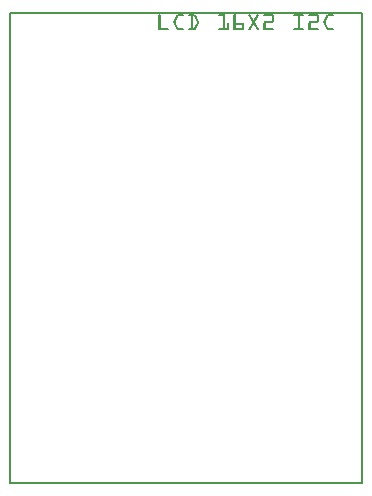
<source format=gto>
G04 MADE WITH FRITZING*
G04 WWW.FRITZING.ORG*
G04 DOUBLE SIDED*
G04 HOLES PLATED*
G04 CONTOUR ON CENTER OF CONTOUR VECTOR*
%ASAXBY*%
%FSLAX23Y23*%
%MOIN*%
%OFA0B0*%
%SFA1.0B1.0*%
%ADD10R,1.181100X1.574800X1.165100X1.558800*%
%ADD11C,0.008000*%
%ADD12R,0.001000X0.001000*%
%LNSILK1*%
G90*
G70*
G54D11*
X4Y1571D02*
X1177Y1571D01*
X1177Y4D01*
X4Y4D01*
X4Y1571D01*
D02*
G54D12*
X500Y1566D02*
X504Y1566D01*
X563Y1566D02*
X581Y1566D01*
X600Y1566D02*
X618Y1566D01*
X700Y1566D02*
X719Y1566D01*
X750Y1566D02*
X757Y1566D01*
X800Y1566D02*
X804Y1566D01*
X828Y1566D02*
X831Y1566D01*
X850Y1566D02*
X879Y1566D01*
X950Y1566D02*
X981Y1566D01*
X1000Y1566D02*
X1029Y1566D01*
X1063Y1566D02*
X1081Y1566D01*
X500Y1565D02*
X505Y1565D01*
X561Y1565D02*
X582Y1565D01*
X600Y1565D02*
X620Y1565D01*
X700Y1565D02*
X719Y1565D01*
X750Y1565D02*
X758Y1565D01*
X800Y1565D02*
X805Y1565D01*
X827Y1565D02*
X832Y1565D01*
X850Y1565D02*
X880Y1565D01*
X950Y1565D02*
X982Y1565D01*
X1000Y1565D02*
X1030Y1565D01*
X1061Y1565D02*
X1082Y1565D01*
X499Y1564D02*
X505Y1564D01*
X560Y1564D02*
X583Y1564D01*
X599Y1564D02*
X622Y1564D01*
X699Y1564D02*
X719Y1564D01*
X749Y1564D02*
X758Y1564D01*
X799Y1564D02*
X805Y1564D01*
X826Y1564D02*
X833Y1564D01*
X849Y1564D02*
X881Y1564D01*
X949Y1564D02*
X983Y1564D01*
X999Y1564D02*
X1031Y1564D01*
X1060Y1564D02*
X1083Y1564D01*
X499Y1563D02*
X505Y1563D01*
X559Y1563D02*
X583Y1563D01*
X599Y1563D02*
X623Y1563D01*
X699Y1563D02*
X719Y1563D01*
X749Y1563D02*
X758Y1563D01*
X799Y1563D02*
X806Y1563D01*
X826Y1563D02*
X833Y1563D01*
X849Y1563D02*
X882Y1563D01*
X949Y1563D02*
X983Y1563D01*
X999Y1563D02*
X1032Y1563D01*
X1059Y1563D02*
X1083Y1563D01*
X499Y1562D02*
X505Y1562D01*
X558Y1562D02*
X582Y1562D01*
X599Y1562D02*
X623Y1562D01*
X699Y1562D02*
X719Y1562D01*
X749Y1562D02*
X758Y1562D01*
X799Y1562D02*
X806Y1562D01*
X825Y1562D02*
X832Y1562D01*
X849Y1562D02*
X882Y1562D01*
X949Y1562D02*
X982Y1562D01*
X999Y1562D02*
X1032Y1562D01*
X1058Y1562D02*
X1082Y1562D01*
X499Y1561D02*
X505Y1561D01*
X558Y1561D02*
X582Y1561D01*
X600Y1561D02*
X624Y1561D01*
X700Y1561D02*
X719Y1561D01*
X749Y1561D02*
X757Y1561D01*
X800Y1561D02*
X807Y1561D01*
X825Y1561D02*
X832Y1561D01*
X850Y1561D02*
X883Y1561D01*
X950Y1561D02*
X982Y1561D01*
X1000Y1561D02*
X1033Y1561D01*
X1058Y1561D02*
X1082Y1561D01*
X499Y1560D02*
X505Y1560D01*
X557Y1560D02*
X580Y1560D01*
X602Y1560D02*
X624Y1560D01*
X702Y1560D02*
X719Y1560D01*
X749Y1560D02*
X756Y1560D01*
X800Y1560D02*
X808Y1560D01*
X824Y1560D02*
X831Y1560D01*
X852Y1560D02*
X883Y1560D01*
X952Y1560D02*
X980Y1560D01*
X1002Y1560D02*
X1033Y1560D01*
X1057Y1560D02*
X1080Y1560D01*
X499Y1559D02*
X505Y1559D01*
X557Y1559D02*
X564Y1559D01*
X606Y1559D02*
X612Y1559D01*
X618Y1559D02*
X625Y1559D01*
X713Y1559D02*
X719Y1559D01*
X749Y1559D02*
X755Y1559D01*
X801Y1559D02*
X808Y1559D01*
X823Y1559D02*
X831Y1559D01*
X877Y1559D02*
X883Y1559D01*
X963Y1559D02*
X969Y1559D01*
X1027Y1559D02*
X1033Y1559D01*
X1057Y1559D02*
X1064Y1559D01*
X499Y1558D02*
X505Y1558D01*
X556Y1558D02*
X563Y1558D01*
X606Y1558D02*
X612Y1558D01*
X618Y1558D02*
X625Y1558D01*
X713Y1558D02*
X719Y1558D01*
X749Y1558D02*
X755Y1558D01*
X802Y1558D02*
X809Y1558D01*
X823Y1558D02*
X830Y1558D01*
X877Y1558D02*
X883Y1558D01*
X963Y1558D02*
X969Y1558D01*
X1027Y1558D02*
X1033Y1558D01*
X1056Y1558D02*
X1063Y1558D01*
X499Y1557D02*
X505Y1557D01*
X556Y1557D02*
X563Y1557D01*
X606Y1557D02*
X612Y1557D01*
X619Y1557D02*
X626Y1557D01*
X713Y1557D02*
X719Y1557D01*
X749Y1557D02*
X755Y1557D01*
X802Y1557D02*
X809Y1557D01*
X822Y1557D02*
X829Y1557D01*
X877Y1557D02*
X883Y1557D01*
X963Y1557D02*
X969Y1557D01*
X1027Y1557D02*
X1033Y1557D01*
X1056Y1557D02*
X1063Y1557D01*
X499Y1556D02*
X505Y1556D01*
X555Y1556D02*
X562Y1556D01*
X606Y1556D02*
X612Y1556D01*
X620Y1556D02*
X626Y1556D01*
X713Y1556D02*
X719Y1556D01*
X749Y1556D02*
X755Y1556D01*
X803Y1556D02*
X810Y1556D01*
X822Y1556D02*
X829Y1556D01*
X877Y1556D02*
X883Y1556D01*
X963Y1556D02*
X969Y1556D01*
X1027Y1556D02*
X1033Y1556D01*
X1055Y1556D02*
X1062Y1556D01*
X499Y1555D02*
X505Y1555D01*
X555Y1555D02*
X562Y1555D01*
X606Y1555D02*
X612Y1555D01*
X620Y1555D02*
X627Y1555D01*
X713Y1555D02*
X719Y1555D01*
X749Y1555D02*
X755Y1555D01*
X803Y1555D02*
X811Y1555D01*
X821Y1555D02*
X828Y1555D01*
X877Y1555D02*
X883Y1555D01*
X963Y1555D02*
X969Y1555D01*
X1027Y1555D02*
X1033Y1555D01*
X1055Y1555D02*
X1062Y1555D01*
X499Y1554D02*
X505Y1554D01*
X554Y1554D02*
X561Y1554D01*
X606Y1554D02*
X612Y1554D01*
X621Y1554D02*
X627Y1554D01*
X713Y1554D02*
X719Y1554D01*
X749Y1554D02*
X755Y1554D01*
X804Y1554D02*
X811Y1554D01*
X821Y1554D02*
X828Y1554D01*
X877Y1554D02*
X883Y1554D01*
X963Y1554D02*
X969Y1554D01*
X1027Y1554D02*
X1033Y1554D01*
X1054Y1554D02*
X1061Y1554D01*
X499Y1553D02*
X505Y1553D01*
X554Y1553D02*
X561Y1553D01*
X606Y1553D02*
X612Y1553D01*
X621Y1553D02*
X628Y1553D01*
X713Y1553D02*
X719Y1553D01*
X749Y1553D02*
X755Y1553D01*
X805Y1553D02*
X812Y1553D01*
X820Y1553D02*
X827Y1553D01*
X877Y1553D02*
X883Y1553D01*
X963Y1553D02*
X969Y1553D01*
X1027Y1553D02*
X1033Y1553D01*
X1054Y1553D02*
X1061Y1553D01*
X499Y1552D02*
X505Y1552D01*
X553Y1552D02*
X560Y1552D01*
X606Y1552D02*
X612Y1552D01*
X622Y1552D02*
X628Y1552D01*
X713Y1552D02*
X719Y1552D01*
X749Y1552D02*
X755Y1552D01*
X805Y1552D02*
X812Y1552D01*
X819Y1552D02*
X827Y1552D01*
X877Y1552D02*
X883Y1552D01*
X963Y1552D02*
X969Y1552D01*
X1027Y1552D02*
X1033Y1552D01*
X1053Y1552D02*
X1060Y1552D01*
X499Y1551D02*
X505Y1551D01*
X553Y1551D02*
X560Y1551D01*
X606Y1551D02*
X612Y1551D01*
X622Y1551D02*
X629Y1551D01*
X713Y1551D02*
X719Y1551D01*
X749Y1551D02*
X755Y1551D01*
X806Y1551D02*
X813Y1551D01*
X819Y1551D02*
X826Y1551D01*
X877Y1551D02*
X883Y1551D01*
X963Y1551D02*
X969Y1551D01*
X1027Y1551D02*
X1033Y1551D01*
X1053Y1551D02*
X1060Y1551D01*
X499Y1550D02*
X505Y1550D01*
X552Y1550D02*
X559Y1550D01*
X606Y1550D02*
X612Y1550D01*
X623Y1550D02*
X629Y1550D01*
X713Y1550D02*
X719Y1550D01*
X749Y1550D02*
X755Y1550D01*
X806Y1550D02*
X814Y1550D01*
X818Y1550D02*
X825Y1550D01*
X877Y1550D02*
X883Y1550D01*
X963Y1550D02*
X969Y1550D01*
X1027Y1550D02*
X1033Y1550D01*
X1052Y1550D02*
X1059Y1550D01*
X499Y1549D02*
X505Y1549D01*
X552Y1549D02*
X559Y1549D01*
X606Y1549D02*
X612Y1549D01*
X623Y1549D02*
X630Y1549D01*
X713Y1549D02*
X719Y1549D01*
X749Y1549D02*
X755Y1549D01*
X807Y1549D02*
X814Y1549D01*
X818Y1549D02*
X825Y1549D01*
X877Y1549D02*
X883Y1549D01*
X963Y1549D02*
X969Y1549D01*
X1027Y1549D02*
X1033Y1549D01*
X1052Y1549D02*
X1059Y1549D01*
X499Y1548D02*
X505Y1548D01*
X551Y1548D02*
X558Y1548D01*
X606Y1548D02*
X612Y1548D01*
X624Y1548D02*
X630Y1548D01*
X713Y1548D02*
X719Y1548D01*
X749Y1548D02*
X755Y1548D01*
X807Y1548D02*
X815Y1548D01*
X817Y1548D02*
X824Y1548D01*
X877Y1548D02*
X883Y1548D01*
X963Y1548D02*
X969Y1548D01*
X1027Y1548D02*
X1033Y1548D01*
X1051Y1548D02*
X1058Y1548D01*
X499Y1547D02*
X505Y1547D01*
X551Y1547D02*
X558Y1547D01*
X606Y1547D02*
X612Y1547D01*
X624Y1547D02*
X631Y1547D01*
X713Y1547D02*
X719Y1547D01*
X749Y1547D02*
X755Y1547D01*
X808Y1547D02*
X824Y1547D01*
X877Y1547D02*
X883Y1547D01*
X963Y1547D02*
X969Y1547D01*
X1027Y1547D02*
X1033Y1547D01*
X1051Y1547D02*
X1058Y1547D01*
X499Y1546D02*
X505Y1546D01*
X550Y1546D02*
X557Y1546D01*
X606Y1546D02*
X612Y1546D01*
X625Y1546D02*
X631Y1546D01*
X713Y1546D02*
X719Y1546D01*
X749Y1546D02*
X755Y1546D01*
X809Y1546D02*
X823Y1546D01*
X877Y1546D02*
X883Y1546D01*
X963Y1546D02*
X969Y1546D01*
X1027Y1546D02*
X1033Y1546D01*
X1050Y1546D02*
X1057Y1546D01*
X499Y1545D02*
X505Y1545D01*
X550Y1545D02*
X557Y1545D01*
X606Y1545D02*
X612Y1545D01*
X625Y1545D02*
X632Y1545D01*
X713Y1545D02*
X719Y1545D01*
X749Y1545D02*
X755Y1545D01*
X809Y1545D02*
X822Y1545D01*
X877Y1545D02*
X883Y1545D01*
X963Y1545D02*
X969Y1545D01*
X1027Y1545D02*
X1033Y1545D01*
X1050Y1545D02*
X1057Y1545D01*
X499Y1544D02*
X505Y1544D01*
X550Y1544D02*
X556Y1544D01*
X606Y1544D02*
X612Y1544D01*
X626Y1544D02*
X632Y1544D01*
X713Y1544D02*
X719Y1544D01*
X749Y1544D02*
X755Y1544D01*
X810Y1544D02*
X822Y1544D01*
X877Y1544D02*
X883Y1544D01*
X963Y1544D02*
X969Y1544D01*
X1027Y1544D02*
X1033Y1544D01*
X1050Y1544D02*
X1056Y1544D01*
X499Y1543D02*
X505Y1543D01*
X549Y1543D02*
X556Y1543D01*
X606Y1543D02*
X612Y1543D01*
X626Y1543D02*
X632Y1543D01*
X713Y1543D02*
X719Y1543D01*
X749Y1543D02*
X755Y1543D01*
X810Y1543D02*
X821Y1543D01*
X854Y1543D02*
X883Y1543D01*
X963Y1543D02*
X969Y1543D01*
X1004Y1543D02*
X1033Y1543D01*
X1049Y1543D02*
X1056Y1543D01*
X499Y1542D02*
X505Y1542D01*
X549Y1542D02*
X555Y1542D01*
X606Y1542D02*
X612Y1542D01*
X626Y1542D02*
X632Y1542D01*
X713Y1542D02*
X719Y1542D01*
X749Y1542D02*
X755Y1542D01*
X811Y1542D02*
X821Y1542D01*
X852Y1542D02*
X883Y1542D01*
X963Y1542D02*
X969Y1542D01*
X1002Y1542D02*
X1033Y1542D01*
X1049Y1542D02*
X1055Y1542D01*
X499Y1541D02*
X505Y1541D01*
X549Y1541D02*
X555Y1541D01*
X606Y1541D02*
X612Y1541D01*
X627Y1541D02*
X633Y1541D01*
X713Y1541D02*
X719Y1541D01*
X749Y1541D02*
X755Y1541D01*
X812Y1541D02*
X820Y1541D01*
X851Y1541D02*
X882Y1541D01*
X963Y1541D02*
X969Y1541D01*
X1001Y1541D02*
X1032Y1541D01*
X1049Y1541D02*
X1055Y1541D01*
X499Y1540D02*
X505Y1540D01*
X549Y1540D02*
X555Y1540D01*
X606Y1540D02*
X612Y1540D01*
X627Y1540D02*
X633Y1540D01*
X713Y1540D02*
X719Y1540D01*
X749Y1540D02*
X755Y1540D01*
X812Y1540D02*
X820Y1540D01*
X850Y1540D02*
X882Y1540D01*
X963Y1540D02*
X969Y1540D01*
X1000Y1540D02*
X1032Y1540D01*
X1049Y1540D02*
X1055Y1540D01*
X499Y1539D02*
X505Y1539D01*
X549Y1539D02*
X555Y1539D01*
X606Y1539D02*
X612Y1539D01*
X627Y1539D02*
X633Y1539D01*
X713Y1539D02*
X719Y1539D01*
X749Y1539D02*
X755Y1539D01*
X812Y1539D02*
X820Y1539D01*
X850Y1539D02*
X881Y1539D01*
X963Y1539D02*
X969Y1539D01*
X1000Y1539D02*
X1031Y1539D01*
X1049Y1539D02*
X1055Y1539D01*
X499Y1538D02*
X505Y1538D01*
X549Y1538D02*
X555Y1538D01*
X606Y1538D02*
X612Y1538D01*
X626Y1538D02*
X633Y1538D01*
X713Y1538D02*
X719Y1538D01*
X749Y1538D02*
X755Y1538D01*
X811Y1538D02*
X820Y1538D01*
X849Y1538D02*
X880Y1538D01*
X963Y1538D02*
X969Y1538D01*
X999Y1538D02*
X1030Y1538D01*
X1049Y1538D02*
X1055Y1538D01*
X499Y1537D02*
X505Y1537D01*
X549Y1537D02*
X556Y1537D01*
X606Y1537D02*
X612Y1537D01*
X626Y1537D02*
X632Y1537D01*
X713Y1537D02*
X719Y1537D01*
X728Y1537D02*
X731Y1537D01*
X749Y1537D02*
X781Y1537D01*
X811Y1537D02*
X821Y1537D01*
X849Y1537D02*
X879Y1537D01*
X963Y1537D02*
X969Y1537D01*
X999Y1537D02*
X1029Y1537D01*
X1049Y1537D02*
X1056Y1537D01*
X499Y1536D02*
X505Y1536D01*
X550Y1536D02*
X556Y1536D01*
X606Y1536D02*
X612Y1536D01*
X626Y1536D02*
X632Y1536D01*
X713Y1536D02*
X719Y1536D01*
X727Y1536D02*
X732Y1536D01*
X749Y1536D02*
X782Y1536D01*
X810Y1536D02*
X822Y1536D01*
X849Y1536D02*
X855Y1536D01*
X963Y1536D02*
X969Y1536D01*
X999Y1536D02*
X1005Y1536D01*
X1050Y1536D02*
X1056Y1536D01*
X499Y1535D02*
X505Y1535D01*
X550Y1535D02*
X556Y1535D01*
X606Y1535D02*
X612Y1535D01*
X625Y1535D02*
X632Y1535D01*
X713Y1535D02*
X719Y1535D01*
X727Y1535D02*
X732Y1535D01*
X749Y1535D02*
X782Y1535D01*
X809Y1535D02*
X822Y1535D01*
X849Y1535D02*
X855Y1535D01*
X963Y1535D02*
X969Y1535D01*
X999Y1535D02*
X1005Y1535D01*
X1050Y1535D02*
X1056Y1535D01*
X499Y1534D02*
X505Y1534D01*
X550Y1534D02*
X557Y1534D01*
X606Y1534D02*
X612Y1534D01*
X625Y1534D02*
X631Y1534D01*
X713Y1534D02*
X719Y1534D01*
X727Y1534D02*
X733Y1534D01*
X749Y1534D02*
X783Y1534D01*
X809Y1534D02*
X823Y1534D01*
X849Y1534D02*
X855Y1534D01*
X963Y1534D02*
X969Y1534D01*
X999Y1534D02*
X1005Y1534D01*
X1050Y1534D02*
X1057Y1534D01*
X499Y1533D02*
X505Y1533D01*
X551Y1533D02*
X557Y1533D01*
X606Y1533D02*
X612Y1533D01*
X624Y1533D02*
X631Y1533D01*
X713Y1533D02*
X719Y1533D01*
X727Y1533D02*
X733Y1533D01*
X749Y1533D02*
X783Y1533D01*
X808Y1533D02*
X823Y1533D01*
X849Y1533D02*
X855Y1533D01*
X963Y1533D02*
X969Y1533D01*
X999Y1533D02*
X1005Y1533D01*
X1051Y1533D02*
X1057Y1533D01*
X499Y1532D02*
X505Y1532D01*
X551Y1532D02*
X558Y1532D01*
X606Y1532D02*
X612Y1532D01*
X624Y1532D02*
X631Y1532D01*
X713Y1532D02*
X719Y1532D01*
X727Y1532D02*
X733Y1532D01*
X749Y1532D02*
X783Y1532D01*
X808Y1532D02*
X815Y1532D01*
X817Y1532D02*
X824Y1532D01*
X849Y1532D02*
X855Y1532D01*
X963Y1532D02*
X969Y1532D01*
X999Y1532D02*
X1005Y1532D01*
X1051Y1532D02*
X1058Y1532D01*
X499Y1531D02*
X505Y1531D01*
X552Y1531D02*
X558Y1531D01*
X606Y1531D02*
X612Y1531D01*
X623Y1531D02*
X630Y1531D01*
X713Y1531D02*
X719Y1531D01*
X727Y1531D02*
X733Y1531D01*
X749Y1531D02*
X783Y1531D01*
X807Y1531D02*
X814Y1531D01*
X817Y1531D02*
X825Y1531D01*
X849Y1531D02*
X855Y1531D01*
X963Y1531D02*
X969Y1531D01*
X999Y1531D02*
X1005Y1531D01*
X1052Y1531D02*
X1058Y1531D01*
X499Y1530D02*
X505Y1530D01*
X552Y1530D02*
X559Y1530D01*
X606Y1530D02*
X612Y1530D01*
X623Y1530D02*
X630Y1530D01*
X713Y1530D02*
X719Y1530D01*
X727Y1530D02*
X733Y1530D01*
X749Y1530D02*
X755Y1530D01*
X777Y1530D02*
X783Y1530D01*
X807Y1530D02*
X814Y1530D01*
X818Y1530D02*
X825Y1530D01*
X849Y1530D02*
X855Y1530D01*
X963Y1530D02*
X969Y1530D01*
X999Y1530D02*
X1005Y1530D01*
X1052Y1530D02*
X1059Y1530D01*
X499Y1529D02*
X505Y1529D01*
X553Y1529D02*
X559Y1529D01*
X606Y1529D02*
X612Y1529D01*
X622Y1529D02*
X629Y1529D01*
X713Y1529D02*
X719Y1529D01*
X727Y1529D02*
X733Y1529D01*
X749Y1529D02*
X755Y1529D01*
X777Y1529D02*
X783Y1529D01*
X806Y1529D02*
X813Y1529D01*
X819Y1529D02*
X826Y1529D01*
X849Y1529D02*
X855Y1529D01*
X963Y1529D02*
X969Y1529D01*
X999Y1529D02*
X1005Y1529D01*
X1053Y1529D02*
X1059Y1529D01*
X499Y1528D02*
X505Y1528D01*
X553Y1528D02*
X560Y1528D01*
X606Y1528D02*
X612Y1528D01*
X622Y1528D02*
X629Y1528D01*
X713Y1528D02*
X719Y1528D01*
X727Y1528D02*
X733Y1528D01*
X749Y1528D02*
X755Y1528D01*
X777Y1528D02*
X783Y1528D01*
X805Y1528D02*
X813Y1528D01*
X819Y1528D02*
X826Y1528D01*
X849Y1528D02*
X855Y1528D01*
X963Y1528D02*
X969Y1528D01*
X999Y1528D02*
X1005Y1528D01*
X1053Y1528D02*
X1060Y1528D01*
X499Y1527D02*
X505Y1527D01*
X554Y1527D02*
X560Y1527D01*
X606Y1527D02*
X612Y1527D01*
X621Y1527D02*
X628Y1527D01*
X713Y1527D02*
X719Y1527D01*
X727Y1527D02*
X733Y1527D01*
X749Y1527D02*
X755Y1527D01*
X777Y1527D02*
X783Y1527D01*
X805Y1527D02*
X812Y1527D01*
X820Y1527D02*
X827Y1527D01*
X849Y1527D02*
X855Y1527D01*
X963Y1527D02*
X969Y1527D01*
X999Y1527D02*
X1005Y1527D01*
X1054Y1527D02*
X1060Y1527D01*
X499Y1526D02*
X505Y1526D01*
X554Y1526D02*
X561Y1526D01*
X606Y1526D02*
X612Y1526D01*
X621Y1526D02*
X628Y1526D01*
X713Y1526D02*
X719Y1526D01*
X727Y1526D02*
X733Y1526D01*
X749Y1526D02*
X755Y1526D01*
X777Y1526D02*
X783Y1526D01*
X804Y1526D02*
X811Y1526D01*
X820Y1526D02*
X827Y1526D01*
X849Y1526D02*
X855Y1526D01*
X963Y1526D02*
X969Y1526D01*
X999Y1526D02*
X1005Y1526D01*
X1054Y1526D02*
X1061Y1526D01*
X499Y1525D02*
X505Y1525D01*
X555Y1525D02*
X561Y1525D01*
X606Y1525D02*
X612Y1525D01*
X620Y1525D02*
X627Y1525D01*
X713Y1525D02*
X719Y1525D01*
X727Y1525D02*
X733Y1525D01*
X749Y1525D02*
X755Y1525D01*
X777Y1525D02*
X783Y1525D01*
X804Y1525D02*
X811Y1525D01*
X821Y1525D02*
X828Y1525D01*
X849Y1525D02*
X855Y1525D01*
X963Y1525D02*
X969Y1525D01*
X999Y1525D02*
X1005Y1525D01*
X1055Y1525D02*
X1061Y1525D01*
X499Y1524D02*
X505Y1524D01*
X555Y1524D02*
X562Y1524D01*
X606Y1524D02*
X612Y1524D01*
X620Y1524D02*
X627Y1524D01*
X713Y1524D02*
X719Y1524D01*
X727Y1524D02*
X733Y1524D01*
X749Y1524D02*
X755Y1524D01*
X777Y1524D02*
X783Y1524D01*
X803Y1524D02*
X810Y1524D01*
X822Y1524D02*
X829Y1524D01*
X849Y1524D02*
X855Y1524D01*
X963Y1524D02*
X969Y1524D01*
X999Y1524D02*
X1005Y1524D01*
X1055Y1524D02*
X1062Y1524D01*
X499Y1523D02*
X505Y1523D01*
X556Y1523D02*
X563Y1523D01*
X606Y1523D02*
X612Y1523D01*
X619Y1523D02*
X626Y1523D01*
X713Y1523D02*
X719Y1523D01*
X727Y1523D02*
X733Y1523D01*
X749Y1523D02*
X755Y1523D01*
X777Y1523D02*
X783Y1523D01*
X802Y1523D02*
X810Y1523D01*
X822Y1523D02*
X829Y1523D01*
X849Y1523D02*
X855Y1523D01*
X963Y1523D02*
X969Y1523D01*
X999Y1523D02*
X1005Y1523D01*
X1056Y1523D02*
X1062Y1523D01*
X499Y1522D02*
X505Y1522D01*
X556Y1522D02*
X563Y1522D01*
X606Y1522D02*
X612Y1522D01*
X619Y1522D02*
X626Y1522D01*
X713Y1522D02*
X719Y1522D01*
X727Y1522D02*
X733Y1522D01*
X749Y1522D02*
X755Y1522D01*
X777Y1522D02*
X783Y1522D01*
X802Y1522D02*
X809Y1522D01*
X823Y1522D02*
X830Y1522D01*
X849Y1522D02*
X855Y1522D01*
X963Y1522D02*
X969Y1522D01*
X999Y1522D02*
X1005Y1522D01*
X1056Y1522D02*
X1063Y1522D01*
X499Y1521D02*
X505Y1521D01*
X557Y1521D02*
X564Y1521D01*
X606Y1521D02*
X612Y1521D01*
X618Y1521D02*
X625Y1521D01*
X713Y1521D02*
X719Y1521D01*
X727Y1521D02*
X733Y1521D01*
X749Y1521D02*
X755Y1521D01*
X777Y1521D02*
X783Y1521D01*
X801Y1521D02*
X808Y1521D01*
X823Y1521D02*
X830Y1521D01*
X849Y1521D02*
X855Y1521D01*
X963Y1521D02*
X969Y1521D01*
X999Y1521D02*
X1005Y1521D01*
X1057Y1521D02*
X1064Y1521D01*
X499Y1520D02*
X505Y1520D01*
X557Y1520D02*
X565Y1520D01*
X606Y1520D02*
X612Y1520D01*
X617Y1520D02*
X625Y1520D01*
X713Y1520D02*
X719Y1520D01*
X726Y1520D02*
X733Y1520D01*
X749Y1520D02*
X755Y1520D01*
X776Y1520D02*
X783Y1520D01*
X801Y1520D02*
X808Y1520D01*
X824Y1520D02*
X831Y1520D01*
X849Y1520D02*
X855Y1520D01*
X963Y1520D02*
X969Y1520D01*
X999Y1520D02*
X1005Y1520D01*
X1057Y1520D02*
X1065Y1520D01*
X499Y1519D02*
X531Y1519D01*
X558Y1519D02*
X581Y1519D01*
X600Y1519D02*
X624Y1519D01*
X700Y1519D02*
X733Y1519D01*
X749Y1519D02*
X783Y1519D01*
X800Y1519D02*
X807Y1519D01*
X824Y1519D02*
X832Y1519D01*
X849Y1519D02*
X881Y1519D01*
X950Y1519D02*
X981Y1519D01*
X999Y1519D02*
X1031Y1519D01*
X1058Y1519D02*
X1081Y1519D01*
X499Y1518D02*
X532Y1518D01*
X558Y1518D02*
X582Y1518D01*
X600Y1518D02*
X624Y1518D01*
X700Y1518D02*
X733Y1518D01*
X749Y1518D02*
X783Y1518D01*
X800Y1518D02*
X807Y1518D01*
X825Y1518D02*
X832Y1518D01*
X849Y1518D02*
X882Y1518D01*
X950Y1518D02*
X982Y1518D01*
X999Y1518D02*
X1032Y1518D01*
X1058Y1518D02*
X1082Y1518D01*
X499Y1517D02*
X533Y1517D01*
X559Y1517D02*
X583Y1517D01*
X599Y1517D02*
X623Y1517D01*
X699Y1517D02*
X733Y1517D01*
X749Y1517D02*
X783Y1517D01*
X799Y1517D02*
X806Y1517D01*
X826Y1517D02*
X832Y1517D01*
X849Y1517D02*
X883Y1517D01*
X949Y1517D02*
X983Y1517D01*
X999Y1517D02*
X1032Y1517D01*
X1059Y1517D02*
X1082Y1517D01*
X499Y1516D02*
X533Y1516D01*
X560Y1516D02*
X583Y1516D01*
X599Y1516D02*
X622Y1516D01*
X699Y1516D02*
X733Y1516D01*
X749Y1516D02*
X783Y1516D01*
X799Y1516D02*
X806Y1516D01*
X826Y1516D02*
X833Y1516D01*
X849Y1516D02*
X883Y1516D01*
X949Y1516D02*
X983Y1516D01*
X999Y1516D02*
X1033Y1516D01*
X1060Y1516D02*
X1083Y1516D01*
X499Y1515D02*
X532Y1515D01*
X561Y1515D02*
X582Y1515D01*
X599Y1515D02*
X621Y1515D01*
X699Y1515D02*
X732Y1515D01*
X749Y1515D02*
X782Y1515D01*
X799Y1515D02*
X805Y1515D01*
X827Y1515D02*
X832Y1515D01*
X849Y1515D02*
X882Y1515D01*
X949Y1515D02*
X982Y1515D01*
X999Y1515D02*
X1032Y1515D01*
X1061Y1515D02*
X1082Y1515D01*
X499Y1514D02*
X532Y1514D01*
X563Y1514D02*
X582Y1514D01*
X600Y1514D02*
X619Y1514D01*
X700Y1514D02*
X732Y1514D01*
X750Y1514D02*
X782Y1514D01*
X800Y1514D02*
X804Y1514D01*
X828Y1514D02*
X832Y1514D01*
X849Y1514D02*
X882Y1514D01*
X950Y1514D02*
X982Y1514D01*
X999Y1514D02*
X1032Y1514D01*
X1062Y1514D02*
X1082Y1514D01*
X499Y1513D02*
X530Y1513D01*
X565Y1513D02*
X580Y1513D01*
X601Y1513D02*
X616Y1513D01*
X701Y1513D02*
X730Y1513D01*
X751Y1513D02*
X780Y1513D01*
X801Y1513D02*
X803Y1513D01*
X829Y1513D02*
X830Y1513D01*
X849Y1513D02*
X880Y1513D01*
X951Y1513D02*
X980Y1513D01*
X999Y1513D02*
X1030Y1513D01*
X1065Y1513D02*
X1080Y1513D01*
D02*
G04 End of Silk1*
M02*
</source>
